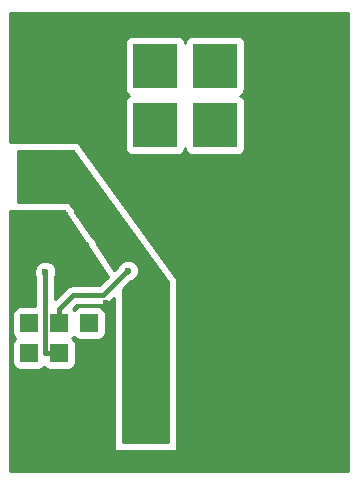
<source format=gbr>
G04 #@! TF.FileFunction,Copper,L1,Top,Signal*
%FSLAX46Y46*%
G04 Gerber Fmt 4.6, Leading zero omitted, Abs format (unit mm)*
G04 Created by KiCad (PCBNEW (2015-05-13 BZR 5653)-product) date 7. 1. 2016 10:07:51*
%MOMM*%
G01*
G04 APERTURE LIST*
%ADD10C,0.300000*%
%ADD11R,1.524000X1.524000*%
%ADD12R,3.810000X3.810000*%
%ADD13C,6.000000*%
%ADD14C,0.600000*%
%ADD15C,0.250000*%
%ADD16C,0.600000*%
%ADD17C,0.400000*%
%ADD18C,0.254000*%
G04 APERTURE END LIST*
D10*
D11*
X129540000Y-96266000D03*
X127000000Y-96266000D03*
X132080000Y-93726000D03*
X132080000Y-96266000D03*
D12*
X136906000Y-101774000D03*
X136906000Y-96774000D03*
X141986000Y-101774000D03*
X141986000Y-96774000D03*
D11*
X127000000Y-77470000D03*
X129540000Y-77470000D03*
X127000000Y-80010000D03*
X129540000Y-80010000D03*
X127000000Y-82550000D03*
X129540000Y-82550000D03*
X127000000Y-85090000D03*
X129540000Y-85090000D03*
D12*
X142748000Y-71962000D03*
X142748000Y-76962000D03*
X137668000Y-71962000D03*
X137668000Y-76962000D03*
D13*
X149840000Y-102108000D03*
X149840000Y-71628000D03*
X129540000Y-71628000D03*
X129540000Y-102108000D03*
D11*
X129540000Y-93726000D03*
X127000000Y-93726000D03*
D14*
X133858000Y-93218000D03*
X133560706Y-92062706D03*
X131826000Y-87122000D03*
X129540000Y-86614000D03*
X125730000Y-86360000D03*
X131236226Y-75438000D03*
X133604000Y-75438000D03*
X129540000Y-75438000D03*
X128270000Y-75438000D03*
X127000000Y-75438000D03*
X141224000Y-84074000D03*
X141732000Y-85852000D03*
X141732000Y-86868000D03*
X141732000Y-87884000D03*
X141732000Y-88900000D03*
X132500000Y-89192000D03*
X132500000Y-90132000D03*
X131660000Y-90132000D03*
X131660000Y-89192000D03*
X125730000Y-89535000D03*
X125730000Y-90932000D03*
X128380213Y-89376422D03*
X135382000Y-89286990D03*
D15*
X131660000Y-89192000D02*
X131660000Y-87288000D01*
X131660000Y-87288000D02*
X131826000Y-87122000D01*
X127000000Y-85090000D02*
X125730000Y-86360000D01*
X133604000Y-75438000D02*
X131236226Y-75438000D01*
X128270000Y-75438000D02*
X129540000Y-75438000D01*
X127000000Y-77470000D02*
X127000000Y-75438000D01*
X141732000Y-86868000D02*
X141732000Y-85852000D01*
X141732000Y-88900000D02*
X141732000Y-87884000D01*
D16*
X131660000Y-89192000D02*
X132500000Y-89192000D01*
X132500000Y-89192000D02*
X132500000Y-90132000D01*
X132500000Y-90032000D02*
X131660000Y-89192000D01*
X132500000Y-90132000D02*
X132500000Y-90032000D01*
X131660000Y-89192000D02*
X131660000Y-90132000D01*
X131660000Y-90132000D02*
X132500000Y-90132000D01*
D17*
X125730000Y-89535000D02*
X125730000Y-90932000D01*
X128377999Y-89378636D02*
X128380213Y-89376422D01*
X128377999Y-96265999D02*
X128377999Y-89378636D01*
X129540000Y-96266000D02*
X128377999Y-96265999D01*
X135082001Y-89586989D02*
X135382000Y-89286990D01*
X133306285Y-91362705D02*
X135082001Y-89586989D01*
X130741295Y-91362705D02*
X133306285Y-91362705D01*
X129540000Y-92564000D02*
X130741295Y-91362705D01*
X129540000Y-93726000D02*
X129540000Y-92564000D01*
D18*
G36*
X138811000Y-103759000D02*
X135001000Y-103759000D01*
X135001000Y-90848858D01*
X135670333Y-90179524D01*
X135910943Y-90080107D01*
X136174192Y-89817317D01*
X136316838Y-89473789D01*
X136317162Y-89101823D01*
X136175117Y-88758047D01*
X135912327Y-88494798D01*
X135568799Y-88352152D01*
X135196833Y-88351828D01*
X134853057Y-88493873D01*
X134589808Y-88756663D01*
X134489221Y-88998900D01*
X134241629Y-89246492D01*
X132761084Y-87025674D01*
X132761162Y-86936833D01*
X132619117Y-86593057D01*
X132356327Y-86329808D01*
X132274530Y-86295842D01*
X130944023Y-84300083D01*
X130902463Y-84085877D01*
X130762673Y-83873073D01*
X130574810Y-83746263D01*
X130369968Y-83439000D01*
X126111000Y-83439000D01*
X126111000Y-79121000D01*
X130745328Y-79121000D01*
X138811000Y-90211298D01*
X138811000Y-94742000D01*
X138811000Y-103759000D01*
X138811000Y-103759000D01*
G37*
X138811000Y-103759000D02*
X135001000Y-103759000D01*
X135001000Y-90848858D01*
X135670333Y-90179524D01*
X135910943Y-90080107D01*
X136174192Y-89817317D01*
X136316838Y-89473789D01*
X136317162Y-89101823D01*
X136175117Y-88758047D01*
X135912327Y-88494798D01*
X135568799Y-88352152D01*
X135196833Y-88351828D01*
X134853057Y-88493873D01*
X134589808Y-88756663D01*
X134489221Y-88998900D01*
X134241629Y-89246492D01*
X132761084Y-87025674D01*
X132761162Y-86936833D01*
X132619117Y-86593057D01*
X132356327Y-86329808D01*
X132274530Y-86295842D01*
X130944023Y-84300083D01*
X130902463Y-84085877D01*
X130762673Y-83873073D01*
X130574810Y-83746263D01*
X130369968Y-83439000D01*
X126111000Y-83439000D01*
X126111000Y-79121000D01*
X130745328Y-79121000D01*
X138811000Y-90211298D01*
X138811000Y-94742000D01*
X138811000Y-103759000D01*
G36*
X153999000Y-106247000D02*
X145300440Y-106247000D01*
X145300440Y-78867000D01*
X145300440Y-75057000D01*
X145253463Y-74814877D01*
X145113673Y-74602073D01*
X144904818Y-74461093D01*
X145107927Y-74327673D01*
X145250377Y-74116640D01*
X145300440Y-73867000D01*
X145300440Y-70057000D01*
X145253463Y-69814877D01*
X145113673Y-69602073D01*
X144902640Y-69459623D01*
X144653000Y-69409560D01*
X140843000Y-69409560D01*
X140600877Y-69456537D01*
X140388073Y-69596327D01*
X140245623Y-69807360D01*
X140208205Y-69993942D01*
X140173463Y-69814877D01*
X140033673Y-69602073D01*
X139822640Y-69459623D01*
X139573000Y-69409560D01*
X135763000Y-69409560D01*
X135520877Y-69456537D01*
X135308073Y-69596327D01*
X135165623Y-69807360D01*
X135115560Y-70057000D01*
X135115560Y-73867000D01*
X135162537Y-74109123D01*
X135302327Y-74321927D01*
X135511181Y-74462906D01*
X135308073Y-74596327D01*
X135165623Y-74807360D01*
X135115560Y-75057000D01*
X135115560Y-78867000D01*
X135162537Y-79109123D01*
X135302327Y-79321927D01*
X135513360Y-79464377D01*
X135763000Y-79514440D01*
X139573000Y-79514440D01*
X139815123Y-79467463D01*
X140027927Y-79327673D01*
X140170377Y-79116640D01*
X140207794Y-78930057D01*
X140242537Y-79109123D01*
X140382327Y-79321927D01*
X140593360Y-79464377D01*
X140843000Y-79514440D01*
X144653000Y-79514440D01*
X144895123Y-79467463D01*
X145107927Y-79327673D01*
X145250377Y-79116640D01*
X145300440Y-78867000D01*
X145300440Y-106247000D01*
X125401000Y-106247000D01*
X125401000Y-84201000D01*
X129962158Y-84201000D01*
X133692143Y-89795978D01*
X132960417Y-90527705D01*
X130741295Y-90527705D01*
X130421755Y-90591265D01*
X130150861Y-90772271D01*
X129212999Y-91710133D01*
X129212999Y-89808988D01*
X129315051Y-89563221D01*
X129315375Y-89191255D01*
X129173330Y-88847479D01*
X128910540Y-88584230D01*
X128567012Y-88441584D01*
X128195046Y-88441260D01*
X127851270Y-88583305D01*
X127588021Y-88846095D01*
X127445375Y-89189623D01*
X127445051Y-89561589D01*
X127542999Y-89798641D01*
X127542999Y-92316560D01*
X126238000Y-92316560D01*
X125995877Y-92363537D01*
X125783073Y-92503327D01*
X125640623Y-92714360D01*
X125590560Y-92964000D01*
X125590560Y-94488000D01*
X125637537Y-94730123D01*
X125777327Y-94942927D01*
X125855541Y-94995722D01*
X125783073Y-95043327D01*
X125640623Y-95254360D01*
X125590560Y-95504000D01*
X125590560Y-97028000D01*
X125637537Y-97270123D01*
X125777327Y-97482927D01*
X125988360Y-97625377D01*
X126238000Y-97675440D01*
X127762000Y-97675440D01*
X128004123Y-97628463D01*
X128216927Y-97488673D01*
X128269722Y-97410458D01*
X128317327Y-97482927D01*
X128528360Y-97625377D01*
X128778000Y-97675440D01*
X130302000Y-97675440D01*
X130544123Y-97628463D01*
X130756927Y-97488673D01*
X130899377Y-97277640D01*
X130949440Y-97028000D01*
X130949440Y-95504000D01*
X130902463Y-95261877D01*
X130762673Y-95049073D01*
X130684458Y-94996277D01*
X130756927Y-94948673D01*
X130809722Y-94870458D01*
X130857327Y-94942927D01*
X131068360Y-95085377D01*
X131318000Y-95135440D01*
X132842000Y-95135440D01*
X133084123Y-95088463D01*
X133296927Y-94948673D01*
X133439377Y-94737640D01*
X133489440Y-94488000D01*
X133489440Y-92964000D01*
X133442463Y-92721877D01*
X133302673Y-92509073D01*
X133091640Y-92366623D01*
X132842000Y-92316560D01*
X131318000Y-92316560D01*
X131075877Y-92363537D01*
X130863073Y-92503327D01*
X130810277Y-92581541D01*
X130767875Y-92516992D01*
X131087162Y-92197705D01*
X133306285Y-92197705D01*
X133625825Y-92134144D01*
X133625826Y-92134144D01*
X133896719Y-91953139D01*
X134239000Y-91610858D01*
X134239000Y-104521000D01*
X139573000Y-104521000D01*
X139573000Y-94742000D01*
X139573000Y-89963508D01*
X131133358Y-78359000D01*
X125401000Y-78359000D01*
X125401000Y-67489000D01*
X153999000Y-67489000D01*
X153999000Y-106247000D01*
X153999000Y-106247000D01*
G37*
X153999000Y-106247000D02*
X145300440Y-106247000D01*
X145300440Y-78867000D01*
X145300440Y-75057000D01*
X145253463Y-74814877D01*
X145113673Y-74602073D01*
X144904818Y-74461093D01*
X145107927Y-74327673D01*
X145250377Y-74116640D01*
X145300440Y-73867000D01*
X145300440Y-70057000D01*
X145253463Y-69814877D01*
X145113673Y-69602073D01*
X144902640Y-69459623D01*
X144653000Y-69409560D01*
X140843000Y-69409560D01*
X140600877Y-69456537D01*
X140388073Y-69596327D01*
X140245623Y-69807360D01*
X140208205Y-69993942D01*
X140173463Y-69814877D01*
X140033673Y-69602073D01*
X139822640Y-69459623D01*
X139573000Y-69409560D01*
X135763000Y-69409560D01*
X135520877Y-69456537D01*
X135308073Y-69596327D01*
X135165623Y-69807360D01*
X135115560Y-70057000D01*
X135115560Y-73867000D01*
X135162537Y-74109123D01*
X135302327Y-74321927D01*
X135511181Y-74462906D01*
X135308073Y-74596327D01*
X135165623Y-74807360D01*
X135115560Y-75057000D01*
X135115560Y-78867000D01*
X135162537Y-79109123D01*
X135302327Y-79321927D01*
X135513360Y-79464377D01*
X135763000Y-79514440D01*
X139573000Y-79514440D01*
X139815123Y-79467463D01*
X140027927Y-79327673D01*
X140170377Y-79116640D01*
X140207794Y-78930057D01*
X140242537Y-79109123D01*
X140382327Y-79321927D01*
X140593360Y-79464377D01*
X140843000Y-79514440D01*
X144653000Y-79514440D01*
X144895123Y-79467463D01*
X145107927Y-79327673D01*
X145250377Y-79116640D01*
X145300440Y-78867000D01*
X145300440Y-106247000D01*
X125401000Y-106247000D01*
X125401000Y-84201000D01*
X129962158Y-84201000D01*
X133692143Y-89795978D01*
X132960417Y-90527705D01*
X130741295Y-90527705D01*
X130421755Y-90591265D01*
X130150861Y-90772271D01*
X129212999Y-91710133D01*
X129212999Y-89808988D01*
X129315051Y-89563221D01*
X129315375Y-89191255D01*
X129173330Y-88847479D01*
X128910540Y-88584230D01*
X128567012Y-88441584D01*
X128195046Y-88441260D01*
X127851270Y-88583305D01*
X127588021Y-88846095D01*
X127445375Y-89189623D01*
X127445051Y-89561589D01*
X127542999Y-89798641D01*
X127542999Y-92316560D01*
X126238000Y-92316560D01*
X125995877Y-92363537D01*
X125783073Y-92503327D01*
X125640623Y-92714360D01*
X125590560Y-92964000D01*
X125590560Y-94488000D01*
X125637537Y-94730123D01*
X125777327Y-94942927D01*
X125855541Y-94995722D01*
X125783073Y-95043327D01*
X125640623Y-95254360D01*
X125590560Y-95504000D01*
X125590560Y-97028000D01*
X125637537Y-97270123D01*
X125777327Y-97482927D01*
X125988360Y-97625377D01*
X126238000Y-97675440D01*
X127762000Y-97675440D01*
X128004123Y-97628463D01*
X128216927Y-97488673D01*
X128269722Y-97410458D01*
X128317327Y-97482927D01*
X128528360Y-97625377D01*
X128778000Y-97675440D01*
X130302000Y-97675440D01*
X130544123Y-97628463D01*
X130756927Y-97488673D01*
X130899377Y-97277640D01*
X130949440Y-97028000D01*
X130949440Y-95504000D01*
X130902463Y-95261877D01*
X130762673Y-95049073D01*
X130684458Y-94996277D01*
X130756927Y-94948673D01*
X130809722Y-94870458D01*
X130857327Y-94942927D01*
X131068360Y-95085377D01*
X131318000Y-95135440D01*
X132842000Y-95135440D01*
X133084123Y-95088463D01*
X133296927Y-94948673D01*
X133439377Y-94737640D01*
X133489440Y-94488000D01*
X133489440Y-92964000D01*
X133442463Y-92721877D01*
X133302673Y-92509073D01*
X133091640Y-92366623D01*
X132842000Y-92316560D01*
X131318000Y-92316560D01*
X131075877Y-92363537D01*
X130863073Y-92503327D01*
X130810277Y-92581541D01*
X130767875Y-92516992D01*
X131087162Y-92197705D01*
X133306285Y-92197705D01*
X133625825Y-92134144D01*
X133625826Y-92134144D01*
X133896719Y-91953139D01*
X134239000Y-91610858D01*
X134239000Y-104521000D01*
X139573000Y-104521000D01*
X139573000Y-94742000D01*
X139573000Y-89963508D01*
X131133358Y-78359000D01*
X125401000Y-78359000D01*
X125401000Y-67489000D01*
X153999000Y-67489000D01*
X153999000Y-106247000D01*
M02*

</source>
